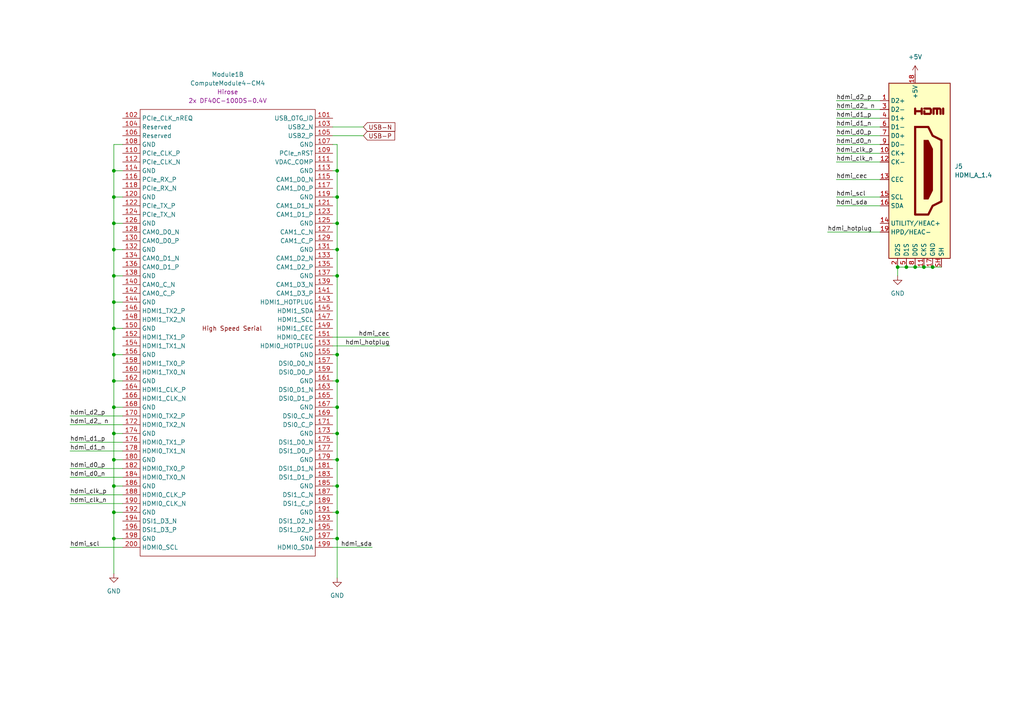
<source format=kicad_sch>
(kicad_sch (version 20250114) (generator "eeschema") (generator_version "9.0")
  (paper "A4")
  (lib_symbols
    (symbol "CM4:ComputeModule4-CM4"
      (property "Reference" "Module" (at 113.03 -68.58 0))
      (property "Value" "ComputeModule4-CM4" (at 140.97 2.54 0))
      (property "Field4" "Hirose" (at 0 0 0))
      (property "Field5" "2x DF40C-100DS-0.4V" (at 0 -2.54 0))
      (symbol "ComputeModule4-CM4_1_0"
        (text "GPIO" (at 0 6.35 0) (effects (font (size 1.27 1.27))))
      )
      (symbol "ComputeModule4-CM4_1_1"
        (rectangle (start -30.48 -71.12) (end 25.4 58.42))
        (text "600mA Max" (at -8.89 -48.26 0) (effects (font (size 1.27 1.27))))
        (text "600mA Max" (at -8.89 -53.34 0) (effects (font (size 1.27 1.27))))
        (text "NB SD signals are only available" (at -1.27 -27.94 0) (effects (font (size 1.27 1.27))))
        (text "on modules without eMMC" (at -1.27 -30.48 0) (effects (font (size 1.27 1.27))))
        (pin power_in line (at -33.02 55.88 0) (length 2.54) (name "GND") (number "2"))
        (pin passive line (at -33.02 53.34 0) (length 2.54) (name "Ethernet_Pair1_P") (number "4"))
        (pin passive line (at -33.02 50.8 0) (length 2.54) (name "Ethernet_Pair1_N") (number "6"))
        (pin power_in line (at -33.02 48.26 0) (length 2.54) (name "GND") (number "8"))
        (pin passive line (at -33.02 45.72 0) (length 2.54) (name "Ethernet_Pair0_N") (number "10"))
        (pin passive line (at -33.02 43.18 0) (length 2.54) (name "Ethernet_Pair0_P") (number "12"))
        (pin power_in line (at -33.02 40.64 0) (length 2.54) (name "GND") (number "14"))
        (pin input line (at -33.02 38.1 0) (length 2.54) (name "Ethernet_SYNC_IN(1.8v)") (number "16"))
        (pin input line (at -33.02 35.56 0) (length 2.54) (name "Ethernet_SYNC_OUT(1.8v)") (number "18"))
        (pin passive line (at -33.02 33.02 0) (length 2.54) (name "EEPROM_nWP") (number "20"))
        (pin power_in line (at -33.02 30.48 0) (length 2.54) (name "GND") (number "22"))
        (pin passive line (at -33.02 27.94 0) (length 2.54) (name "GPIO26") (number "24"))
        (pin passive line (at -33.02 25.4 0) (length 2.54) (name "GPIO19") (number "26"))
        (pin passive line (at -33.02 22.86 0) (length 2.54) (name "GPIO13") (number "28"))
        (pin passive line (at -33.02 20.32 0) (length 2.54) (name "GPIO6") (number "30"))
        (pin power_in line (at -33.02 17.78 0) (length 2.54) (name "GND") (number "32"))
        (pin passive line (at -33.02 15.24 0) (length 2.54) (name "GPIO5") (number "34"))
        (pin passive line (at -33.02 12.7 0) (length 2.54) (name "ID_SD") (number "36"))
        (pin passive line (at -33.02 10.16 0) (length 2.54) (name "GPIO11") (number "38"))
        (pin passive line (at -33.02 7.62 0) (length 2.54) (name "GPIO9") (number "40"))
        (pin power_in line (at -33.02 5.08 0) (length 2.54) (name "GND") (number "42"))
        (pin passive line (at -33.02 2.54 0) (length 2.54) (name "GPIO10") (number "44"))
        (pin passive line (at -33.02 0 0) (length 2.54) (name "GPIO22") (number "46"))
        (pin passive line (at -33.02 -2.54 0) (length 2.54) (name "GPIO27") (number "48"))
        (pin passive line (at -33.02 -5.08 0) (length 2.54) (name "GPIO17") (number "50"))
        (pin power_in line (at -33.02 -7.62 0) (length 2.54) (name "GND") (number "52"))
        (pin passive line (at -33.02 -10.16 0) (length 2.54) (name "GPIO4") (number "54"))
        (pin passive line (at -33.02 -12.7 0) (length 2.54) (name "GPIO3") (number "56"))
        (pin passive line (at -33.02 -15.24 0) (length 2.54) (name "GPIO2") (number "58"))
        (pin power_in line (at -33.02 -17.78 0) (length 2.54) (name "GND") (number "60"))
        (pin passive line (at -33.02 -20.32 0) (length 2.54) (name "SD_CMD") (number "62"))
        (pin passive line (at -33.02 -22.86 0) (length 2.54) (name "SD_DAT5") (number "64"))
        (pin power_in line (at -33.02 -25.4 0) (length 2.54) (name "GND") (number "66"))
        (pin passive line (at -33.02 -27.94 0) (length 2.54) (name "SD_DAT4") (number "68"))
        (pin passive line (at -33.02 -30.48 0) (length 2.54) (name "SD_DAT7") (number "70"))
        (pin passive line (at -33.02 -33.02 0) (length 2.54) (name "SD_DAT6") (number "72"))
        (pin power_in line (at -33.02 -35.56 0) (length 2.54) (name "GND") (number "74"))
        (pin passive line (at -33.02 -38.1 0) (length 2.54) (name "Reserved") (number "76"))
        (pin power_in line (at -33.02 -40.64 0) (length 2.54) (name "GPIO_VREF(1.8v/3.3v_Input)") (number "78"))
        (pin passive line (at -33.02 -43.18 0) (length 2.54) (name "SCL0") (number "80"))
        (pin passive line (at -33.02 -45.72 0) (length 2.54) (name "SDA0") (number "82"))
        (pin power_out line (at -33.02 -48.26 0) (length 2.54) (name "+3.3v_(Output)") (number "84"))
        (pin power_out line (at -33.02 -50.8 0) (length 2.54) (name "+3.3v_(Output)") (number "86"))
        (pin power_out line (at -33.02 -53.34 0) (length 2.54) (name "+1.8v_(Output)") (number "88"))
        (pin power_out line (at -33.02 -55.88 0) (length 2.54) (name "+1.8v_(Output)") (number "90"))
        (pin passive line (at -33.02 -58.42 0) (length 2.54) (name "RUN_PG") (number "92"))
        (pin passive line (at -33.02 -60.96 0) (length 2.54) (name "AnalogIP1") (number "94"))
        (pin passive line (at -33.02 -63.5 0) (length 2.54) (name "AnalogIP0") (number "96"))
        (pin power_in line (at -33.02 -66.04 0) (length 2.54) (name "GND") (number "98"))
        (pin output line (at -33.02 -68.58 0) (length 2.54) (name "nEXTRST") (number "100"))
        (pin power_in line (at 27.94 55.88 180) (length 2.54) (name "GND") (number "1"))
        (pin passive line (at 27.94 53.34 180) (length 2.54) (name "Ethernet_Pair3_P") (number "3"))
        (pin passive line (at 27.94 50.8 180) (length 2.54) (name "Ethernet_Pair3_N") (number "5"))
        (pin power_in line (at 27.94 48.26 180) (length 2.54) (name "GND") (number "7"))
        (pin passive line (at 27.94 45.72 180) (length 2.54) (name "Ethernet_Pair2_N") (number "9"))
        (pin passive line (at 27.94 43.18 180) (length 2.54) (name "Ethernet_Pair2_P") (number "11"))
        (pin power_in line (at 27.94 40.64 180) (length 2.54) (name "GND") (number "13"))
        (pin output line (at 27.94 38.1 180) (length 2.54) (name "Ethernet_nLED3(3.3v)") (number "15"))
        (pin output line (at 27.94 35.56 180) (length 2.54) (name "Ethernet_nLED2(3.3v)") (number "17"))
        (pin output line (at 27.94 33.02 180) (length 2.54) (name "Ethernet_nLED1(3.3v)") (number "19"))
        (pin open_collector line (at 27.94 30.48 180) (length 2.54) (name "PI_nLED_Activity") (number "21"))
        (pin power_in line (at 27.94 27.94 180) (length 2.54) (name "GND") (number "23"))
        (pin passive line (at 27.94 25.4 180) (length 2.54) (name "GPIO21") (number "25"))
        (pin passive line (at 27.94 22.86 180) (length 2.54) (name "GPIO20") (number "27"))
        (pin passive line (at 27.94 20.32 180) (length 2.54) (name "GPIO16") (number "29"))
        (pin passive line (at 27.94 17.78 180) (length 2.54) (name "GPIO12") (number "31"))
        (pin power_in line (at 27.94 15.24 180) (length 2.54) (name "GND") (number "33"))
        (pin passive line (at 27.94 12.7 180) (length 2.54) (name "ID_SC") (number "35"))
        (pin passive line (at 27.94 10.16 180) (length 2.54) (name "GPIO7") (number "37"))
        (pin passive line (at 27.94 7.62 180) (length 2.54) (name "GPIO8") (number "39"))
        (pin passive line (at 27.94 5.08 180) (length 2.54) (name "GPIO25") (number "41"))
        (pin power_in line (at 27.94 2.54 180) (length 2.54) (name "GND") (number "43"))
        (pin passive line (at 27.94 0 180) (length 2.54) (name "GPIO24") (number "45"))
        (pin passive line (at 27.94 -2.54 180) (length 2.54) (name "GPIO23") (number "47"))
        (pin passive line (at 27.94 -5.08 180) (length 2.54) (name "GPIO18") (number "49"))
        (pin passive line (at 27.94 -7.62 180) (length 2.54) (name "GPIO15") (number "51"))
        (pin power_in line (at 27.94 -10.16 180) (length 2.54) (name "GND") (number "53"))
        (pin passive line (at 27.94 -12.7 180) (length 2.54) (name "GPIO14") (number "55"))
        (pin passive line (at 27.94 -15.24 180) (length 2.54) (name "SD_CLK") (number "57"))
        (pin power_in line (at 27.94 -17.78 180) (length 2.54) (name "GND") (number "59"))
        (pin passive line (at 27.94 -20.32 180) (length 2.54) (name "SD_DAT3") (number "61"))
        (pin passive line (at 27.94 -22.86 180) (length 2.54) (name "SD_DAT0") (number "63"))
        (pin power_in line (at 27.94 -25.4 180) (length 2.54) (name "GND") (number "65"))
        (pin passive line (at 27.94 -27.94 180) (length 2.54) (name "SD_DAT1") (number "67"))
        (pin passive line (at 27.94 -30.48 180) (length 2.54) (name "SD_DAT2") (number "69"))
        (pin power_in line (at 27.94 -33.02 180) (length 2.54) (name "GND") (number "71"))
        (pin input line (at 27.94 -35.56 180) (length 2.54) (name "SD_VDD_Override") (number "73"))
        (pin output line (at 27.94 -38.1 180) (length 2.54) (name "SD_PWR_ON") (number "75"))
        (pin power_in line (at 27.94 -40.64 180) (length 2.54) (name "+5v_(Input)") (number "77"))
        (pin power_in line (at 27.94 -43.18 180) (length 2.54) (name "+5v_(Input)") (number "79"))
        (pin power_in line (at 27.94 -45.72 180) (length 2.54) (name "+5v_(Input)") (number "81"))
        (pin power_in line (at 27.94 -48.26 180) (length 2.54) (name "+5v_(Input)") (number "83"))
        (pin power_in line (at 27.94 -50.8 180) (length 2.54) (name "+5v_(Input)") (number "85"))
        (pin power_in line (at 27.94 -53.34 180) (length 2.54) (name "+5v_(Input)") (number "87"))
        (pin power_in line (at 27.94 -55.88 180) (length 2.54) (name "WiFi_nDisable") (number "89"))
        (pin power_in line (at 27.94 -58.42 180) (length 2.54) (name "BT_nDisable") (number "91"))
        (pin input line (at 27.94 -60.96 180) (length 2.54) (name "nRPIBOOT") (number "93"))
        (pin output line (at 27.94 -63.5 180) (length 2.54) (name "nPI_LED_PWR") (number "95"))
        (pin passive line (at 27.94 -66.04 180) (length 2.54) (name "Camera_GPIO") (number "97"))
        (pin input line (at 27.94 -68.58 180) (length 2.54) (name "Global_EN") (number "99"))
      )
      (symbol "ComputeModule4-CM4_2_1"
        (rectangle (start 114.3 -66.04) (end 165.1 63.5))
        (text "High Speed Serial" (at 140.97 0 0) (effects (font (size 1.27 1.27))))
        (pin input line (at 109.22 60.96 0) (length 5.08) (name "PCIe_CLK_nREQ") (number "102"))
        (pin passive line (at 109.22 58.42 0) (length 5.08) (name "Reserved") (number "104"))
        (pin passive line (at 109.22 55.88 0) (length 5.08) (name "Reserved") (number "106"))
        (pin power_in line (at 109.22 53.34 0) (length 5.08) (name "GND") (number "108"))
        (pin output line (at 109.22 50.8 0) (length 5.08) (name "PCIe_CLK_P") (number "110"))
        (pin output line (at 109.22 48.26 0) (length 5.08) (name "PCIe_CLK_N") (number "112"))
        (pin power_in line (at 109.22 45.72 0) (length 5.08) (name "GND") (number "114"))
        (pin input line (at 109.22 43.18 0) (length 5.08) (name "PCIe_RX_P") (number "116"))
        (pin input line (at 109.22 40.64 0) (length 5.08) (name "PCIe_RX_N") (number "118"))
        (pin power_in line (at 109.22 38.1 0) (length 5.08) (name "GND") (number "120"))
        (pin output line (at 109.22 35.56 0) (length 5.08) (name "PCIe_TX_P") (number "122"))
        (pin output line (at 109.22 33.02 0) (length 5.08) (name "PCIe_TX_N") (number "124"))
        (pin power_in line (at 109.22 30.48 0) (length 5.08) (name "GND") (number "126"))
        (pin input line (at 109.22 27.94 0) (length 5.08) (name "CAM0_D0_N") (number "128"))
        (pin input line (at 109.22 25.4 0) (length 5.08) (name "CAM0_D0_P") (number "130"))
        (pin power_in line (at 109.22 22.86 0) (length 5.08) (name "GND") (number "132"))
        (pin input line (at 109.22 20.32 0) (length 5.08) (name "CAM0_D1_N") (number "134"))
        (pin input line (at 109.22 17.78 0) (length 5.08) (name "CAM0_D1_P") (number "136"))
        (pin power_in line (at 109.22 15.24 0) (length 5.08) (name "GND") (number "138"))
        (pin input line (at 109.22 12.7 0) (length 5.08) (name "CAM0_C_N") (number "140"))
        (pin input line (at 109.22 10.16 0) (length 5.08) (name "CAM0_C_P") (number "142"))
        (pin power_in line (at 109.22 7.62 0) (length 5.08) (name "GND") (number "144"))
        (pin output line (at 109.22 5.08 0) (length 5.08) (name "HDMI1_TX2_P") (number "146"))
        (pin output line (at 109.22 2.54 0) (length 5.08) (name "HDMI1_TX2_N") (number "148"))
        (pin power_in line (at 109.22 0 0) (length 5.08) (name "GND") (number "150"))
        (pin output line (at 109.22 -2.54 0) (length 5.08) (name "HDMI1_TX1_P") (number "152"))
        (pin output line (at 109.22 -5.08 0) (length 5.08) (name "HDMI1_TX1_N") (number "154"))
        (pin power_in line (at 109.22 -7.62 0) (length 5.08) (name "GND") (number "156"))
        (pin output line (at 109.22 -10.16 0) (length 5.08) (name "HDMI1_TX0_P") (number "158"))
        (pin output line (at 109.22 -12.7 0) (length 5.08) (name "HDMI1_TX0_N") (number "160"))
        (pin power_in line (at 109.22 -15.24 0) (length 5.08) (name "GND") (number "162"))
        (pin output line (at 109.22 -17.78 0) (length 5.08) (name "HDMI1_CLK_P") (number "164"))
        (pin output line (at 109.22 -20.32 0) (length 5.08) (name "HDMI1_CLK_N") (number "166"))
        (pin power_in line (at 109.22 -22.86 0) (length 5.08) (name "GND") (number "168"))
        (pin output line (at 109.22 -25.4 0) (length 5.08) (name "HDMI0_TX2_P") (number "170"))
        (pin output line (at 109.22 -27.94 0) (length 5.08) (name "HDMI0_TX2_N") (number "172"))
        (pin power_in line (at 109.22 -30.48 0) (length 5.08) (name "GND") (number "174"))
        (pin output line (at 109.22 -33.02 0) (length 5.08) (name "HDMI0_TX1_P") (number "176"))
        (pin output line (at 109.22 -35.56 0) (length 5.08) (name "HDMI0_TX1_N") (number "178"))
        (pin power_in line (at 109.22 -38.1 0) (length 5.08) (name "GND") (number "180"))
        (pin output line (at 109.22 -40.64 0) (length 5.08) (name "HDMI0_TX0_P") (number "182"))
        (pin output line (at 109.22 -43.18 0) (length 5.08) (name "HDMI0_TX0_N") (number "184"))
        (pin power_in line (at 109.22 -45.72 0) (length 5.08) (name "GND") (number "186"))
        (pin output line (at 109.22 -48.26 0) (length 5.08) (name "HDMI0_CLK_P") (number "188"))
        (pin output line (at 109.22 -50.8 0) (length 5.08) (name "HDMI0_CLK_N") (number "190"))
        (pin power_in line (at 109.22 -53.34 0) (length 5.08) (name "GND") (number "192"))
        (pin output line (at 109.22 -55.88 0) (length 5.08) (name "DSI1_D3_N") (number "194"))
        (pin output line (at 109.22 -58.42 0) (length 5.08) (name "DSI1_D3_P") (number "196"))
        (pin power_in line (at 109.22 -60.96 0) (length 5.08) (name "GND") (number "198"))
        (pin open_collector line (at 109.22 -63.5 0) (length 5.08) (name "HDMI0_SCL") (number "200"))
        (pin input line (at 170.18 60.96 180) (length 5.08) (name "USB_OTG_ID") (number "101"))
        (pin passive line (at 170.18 58.42 180) (length 5.08) (name "USB2_N") (number "103"))
        (pin passive line (at 170.18 55.88 180) (length 5.08) (name "USB2_P") (number "105"))
        (pin power_in line (at 170.18 53.34 180) (length 5.08) (name "GND") (number "107"))
        (pin bidirectional line (at 170.18 50.8 180) (length 5.08) (name "PCIe_nRST") (number "109"))
        (pin passive line (at 170.18 48.26 180) (length 5.08) (name "VDAC_COMP") (number "111"))
        (pin power_in line (at 170.18 45.72 180) (length 5.08) (name "GND") (number "113"))
        (pin input line (at 170.18 43.18 180) (length 5.08) (name "CAM1_D0_N") (number "115"))
        (pin input line (at 170.18 40.64 180) (length 5.08) (name "CAM1_D0_P") (number "117"))
        (pin power_in line (at 170.18 38.1 180) (length 5.08) (name "GND") (number "119"))
        (pin input line (at 170.18 35.56 180) (length 5.08) (name "CAM1_D1_N") (number "121"))
        (pin input line (at 170.18 33.02 180) (length 5.08) (name "CAM1_D1_P") (number "123"))
        (pin power_in line (at 170.18 30.48 180) (length 5.08) (name "GND") (number "125"))
        (pin input line (at 170.18 27.94 180) (length 5.08) (name "CAM1_C_N") (number "127"))
        (pin input line (at 170.18 25.4 180) (length 5.08) (name "CAM1_C_P") (number "129"))
        (pin power_in line (at 170.18 22.86 180) (length 5.08) (name "GND") (number "131"))
        (pin input line (at 170.18 20.32 180) (length 5.08) (name "CAM1_D2_N") (number "133"))
        (pin input line (at 170.18 17.78 180) (length 5.08) (name "CAM1_D2_P") (number "135"))
        (pin power_in line (at 170.18 15.24 180) (length 5.08) (name "GND") (number "137"))
        (pin input line (at 170.18 12.7 180) (length 5.08) (name "CAM1_D3_N") (number "139"))
        (pin input line (at 170.18 10.16 180) (length 5.08) (name "CAM1_D3_P") (number "141"))
        (pin input line (at 170.18 7.62 180) (length 5.08) (name "HDMI1_HOTPLUG") (number "143"))
        (pin bidirectional line (at 170.18 5.08 180) (length 5.08) (name "HDMI1_SDA") (number "145"))
        (pin open_collector line (at 170.18 2.54 180) (length 5.08) (name "HDMI1_SCL") (number "147"))
        (pin open_collector line (at 170.18 0 180) (length 5.08) (name "HDMI1_CEC") (number "149"))
        (pin open_collector line (at 170.18 -2.54 180) (length 5.08) (name "HDMI0_CEC") (number "151"))
        (pin input line (at 170.18 -5.08 180) (length 5.08) (name "HDMI0_HOTPLUG") (number "153"))
        (pin power_in line (at 170.18 -7.62 180) (length 5.08) (name "GND") (number "155"))
        (pin output line (at 170.18 -10.16 180) (length 5.08) (name "DSI0_D0_N") (number "157"))
        (pin output line (at 170.18 -12.7 180) (length 5.08) (name "DSI0_D0_P") (number "159"))
        (pin power_in line (at 170.18 -15.24 180) (length 5.08) (name "GND") (number "161"))
        (pin output line (at 170.18 -17.78 180) (length 5.08) (name "DSI0_D1_N") (number "163"))
        (pin output line (at 170.18 -20.32 180) (length 5.08) (name "DSI0_D1_P") (number "165"))
        (pin power_in line (at 170.18 -22.86 180) (length 5.08) (name "GND") (number "167"))
        (pin output line (at 170.18 -25.4 180) (length 5.08) (name "DSI0_C_N") (number "169"))
        (pin output line (at 170.18 -27.94 180) (length 5.08) (name "DSI0_C_P") (number "171"))
        (pin power_in line (at 170.18 -30.48 180) (length 5.08) (name "GND") (number "173"))
        (pin output line (at 170.18 -33.02 180) (length 5.08) (name "DSI1_D0_N") (number "175"))
        (pin output line (at 170.18 -35.56 180) (length 5.08) (name "DSI1_D0_P") (number "177"))
        (pin power_in line (at 170.18 -38.1 180) (length 5.08) (name "GND") (number "179"))
        (pin output line (at 170.18 -40.64 180) (length 5.08) (name "DSI1_D1_N") (number "181"))
        (pin output line (at 170.18 -43.18 180) (length 5.08) (name "DSI1_D1_P") (number "183"))
        (pin power_in line (at 170.18 -45.72 180) (length 5.08) (name "GND") (number "185"))
        (pin output line (at 170.18 -48.26 180) (length 5.08) (name "DSI1_C_N") (number "187"))
        (pin output line (at 170.18 -50.8 180) (length 5.08) (name "DSI1_C_P") (number "189"))
        (pin power_in line (at 170.18 -53.34 180) (length 5.08) (name "GND") (number "191"))
        (pin output line (at 170.18 -55.88 180) (length 5.08) (name "DSI1_D2_N") (number "193"))
        (pin output line (at 170.18 -58.42 180) (length 5.08) (name "DSI1_D2_P") (number "195"))
        (pin power_in line (at 170.18 -60.96 180) (length 5.08) (name "GND") (number "197"))
        (pin bidirectional line (at 170.18 -63.5 180) (length 5.08) (name "HDMI0_SDA") (number "199"))
      )
    )
    (symbol "Connector:HDMI_A_1.4"
      (property "Reference" "J" (at -6.35 26.67 0))
      (property "Value" "HDMI_A_1.4" (at 10.16 26.67 0))
      (symbol "HDMI_A_1.4_0_0"
        (polyline (pts (xy 0 16.51) (xy 0 18.034) (xy 0 17.272) (xy 1.905 17.272) (xy 1.905 18.034) (xy 1.905 16.51)) (stroke (width 0.635)))
        (polyline (pts (xy 2.667 18.034) (xy 4.318 18.034) (xy 4.572 17.78) (xy 4.572 16.764) (xy 4.318 16.51) (xy 2.667 16.51) (xy 2.667 17.272)) (stroke (width 0.635)))
        (polyline (pts (xy 8.128 16.51) (xy 8.128 18.034)) (stroke (width 0.635)))
      )
      (symbol "HDMI_A_1.4_0_1"
        (rectangle (start -7.62 25.4) (end 10.16 -25.4) (stroke (width 0.254)) (fill (type background)))
        (polyline (pts (xy 0 12.7) (xy 0 -12.7) (xy 3.81 -12.7) (xy 5.08 -10.16) (xy 7.62 -8.89) (xy 7.62 8.89) (xy 5.08 10.16) (xy 3.81 12.7) (xy 0 12.7)) (stroke (width 0.635)))
        (polyline (pts (xy 2.54 8.89) (xy 3.81 8.89) (xy 5.08 6.35) (xy 5.08 -5.715) (xy 3.81 -8.255) (xy 2.54 -8.255) (xy 2.54 8.89)) (fill (type outline)))
        (polyline (pts (xy 5.334 16.51) (xy 5.334 18.034) (xy 6.35 18.034) (xy 6.35 16.51) (xy 6.35 18.034) (xy 7.112 18.034) (xy 7.366 17.78) (xy 7.366 16.51)) (stroke (width 0.635)))
      )
      (symbol "HDMI_A_1.4_1_1"
        (pin passive line (at -10.16 20.32 0) (length 2.54) (name "D2+") (number "1"))
        (pin passive line (at -10.16 17.78 0) (length 2.54) (name "D2-") (number "3"))
        (pin passive line (at -10.16 15.24 0) (length 2.54) (name "D1+") (number "4"))
        (pin passive line (at -10.16 12.7 0) (length 2.54) (name "D1-") (number "6"))
        (pin passive line (at -10.16 10.16 0) (length 2.54) (name "D0+") (number "7"))
        (pin passive line (at -10.16 7.62 0) (length 2.54) (name "D0-") (number "9"))
        (pin passive line (at -10.16 5.08 0) (length 2.54) (name "CK+") (number "10"))
        (pin passive line (at -10.16 2.54 0) (length 2.54) (name "CK-") (number "12"))
        (pin bidirectional line (at -10.16 -2.54 0) (length 2.54) (name "CEC") (number "13"))
        (pin passive line (at -10.16 -7.62 0) (length 2.54) (name "SCL") (number "15"))
        (pin bidirectional line (at -10.16 -10.16 0) (length 2.54) (name "SDA") (number "16"))
        (pin passive line (at -10.16 -15.24 0) (length 2.54) (name "UTILITY/HEAC+") (number "14"))
        (pin passive line (at -10.16 -17.78 0) (length 2.54) (name "HPD/HEAC-") (number "19"))
        (pin power_in line (at -5.08 -27.94 90) (length 2.54) (name "D2S") (number "2"))
        (pin power_in line (at -2.54 -27.94 90) (length 2.54) (name "D1S") (number "5"))
        (pin power_in line (at 0 27.94 270) (length 2.54) (name "+5V") (number "18"))
        (pin power_in line (at 0 -27.94 90) (length 2.54) (name "D0S") (number "8"))
        (pin power_in line (at 2.54 -27.94 90) (length 2.54) (name "CKS") (number "11"))
        (pin power_in line (at 5.08 -27.94 90) (length 2.54) (name "GND") (number "17"))
        (pin passive line (at 7.62 -27.94 90) (length 2.54) (name "SH") (number "SH"))
      )
    )
    (symbol "power:+5V" (power) (pin_numbers (hide yes)) (pin_names (offset 0) (hide yes))
      (property "Value" "+5V" (at 0 3.556 0))
      (symbol "+5V_0_1"
        (polyline (pts (xy -0.762 1.27) (xy 0 2.54)))
        (polyline (pts (xy 0 2.54) (xy 0.762 1.27)))
        (polyline (pts (xy 0 0) (xy 0 2.54)))
      )
      (symbol "+5V_1_1"
        (pin power_in line (at 0 0 90) (length 0) (name "~") (number "1"))
      )
    )
    (symbol "power:GND" (power) (pin_numbers (hide yes)) (pin_names (offset 0) (hide yes))
      (property "Value" "GND" (at 0 -3.81 0))
      (symbol "GND_0_1"
        (polyline (pts (xy 0 0) (xy 0 -1.27) (xy 1.27 -1.27) (xy 0 -2.54) (xy -1.27 -1.27) (xy 0 -1.27)))
      )
      (symbol "GND_1_1"
        (pin power_in line (at 0 0 270) (length 0) (name "~") (number "1"))
      )
    )
  )
  (junction (at 33.02 57.15))
  (junction (at 97.79 110.49))
  (junction (at 260.35 77.47))
  (junction (at 33.02 87.63))
  (junction (at 97.79 102.87))
  (junction (at 97.79 64.77))
  (junction (at 33.02 140.97))
  (junction (at 33.02 148.59))
  (junction (at 33.02 118.11))
  (junction (at 97.79 57.15))
  (junction (at 97.79 80.01))
  (junction (at 33.02 80.01))
  (junction (at 97.79 156.21))
  (junction (at 97.79 49.53))
  (junction (at 33.02 95.25))
  (junction (at 97.79 118.11))
  (junction (at 33.02 110.49))
  (junction (at 33.02 49.53))
  (junction (at 97.79 125.73))
  (junction (at 33.02 72.39))
  (junction (at 33.02 133.35))
  (junction (at 262.89 77.47))
  (junction (at 265.43 77.47))
  (junction (at 33.02 64.77))
  (junction (at 270.51 77.47))
  (junction (at 267.97 77.47))
  (junction (at 97.79 72.39))
  (junction (at 33.02 102.87))
  (junction (at 33.02 156.21))
  (junction (at 33.02 125.73))
  (junction (at 97.79 140.97))
  (junction (at 97.79 133.35))
  (junction (at 97.79 148.59))
  (wire (pts (xy 33.02 110.49) (xy 35.56 110.49)))
  (wire (pts (xy 96.52 39.37) (xy 105.41 39.37)))
  (wire (pts (xy 33.02 57.15) (xy 33.02 49.53)))
  (wire (pts (xy 96.52 102.87) (xy 97.79 102.87)))
  (wire (pts (xy 20.32 130.81) (xy 35.56 130.81)))
  (wire (pts (xy 242.57 59.69) (xy 255.27 59.69)))
  (wire (pts (xy 96.52 158.75) (xy 107.95 158.75)))
  (wire (pts (xy 96.52 64.77) (xy 97.79 64.77)))
  (wire (pts (xy 33.02 95.25) (xy 33.02 87.63)))
  (wire (pts (xy 20.32 158.75) (xy 35.56 158.75)))
  (wire (pts (xy 33.02 57.15) (xy 35.56 57.15)))
  (wire (pts (xy 96.52 140.97) (xy 97.79 140.97)))
  (wire (pts (xy 267.97 77.47) (xy 270.51 77.47)))
  (wire (pts (xy 260.35 77.47) (xy 262.89 77.47)))
  (wire (pts (xy 33.02 156.21) (xy 33.02 148.59)))
  (wire (pts (xy 97.79 80.01) (xy 97.79 72.39)))
  (wire (pts (xy 33.02 125.73) (xy 35.56 125.73)))
  (wire (pts (xy 33.02 64.77) (xy 33.02 57.15)))
  (wire (pts (xy 33.02 166.37) (xy 33.02 156.21)))
  (wire (pts (xy 97.79 64.77) (xy 97.79 57.15)))
  (wire (pts (xy 33.02 102.87) (xy 33.02 95.25)))
  (wire (pts (xy 242.57 31.75) (xy 255.27 31.75)))
  (wire (pts (xy 33.02 156.21) (xy 35.56 156.21)))
  (wire (pts (xy 33.02 118.11) (xy 33.02 110.49)))
  (wire (pts (xy 270.51 77.47) (xy 273.05 77.47)))
  (wire (pts (xy 97.79 41.91) (xy 96.52 41.91)))
  (wire (pts (xy 97.79 102.87) (xy 97.79 80.01)))
  (wire (pts (xy 97.79 110.49) (xy 97.79 102.87)))
  (wire (pts (xy 20.32 143.51) (xy 35.56 143.51)))
  (wire (pts (xy 96.52 133.35) (xy 97.79 133.35)))
  (wire (pts (xy 33.02 49.53) (xy 35.56 49.53)))
  (wire (pts (xy 96.52 100.33) (xy 113.03 100.33)))
  (wire (pts (xy 33.02 148.59) (xy 35.56 148.59)))
  (wire (pts (xy 33.02 80.01) (xy 35.56 80.01)))
  (wire (pts (xy 97.79 125.73) (xy 97.79 118.11)))
  (wire (pts (xy 33.02 80.01) (xy 33.02 72.39)))
  (wire (pts (xy 33.02 49.53) (xy 33.02 41.91)))
  (wire (pts (xy 33.02 72.39) (xy 35.56 72.39)))
  (wire (pts (xy 96.52 156.21) (xy 97.79 156.21)))
  (wire (pts (xy 97.79 49.53) (xy 97.79 41.91)))
  (wire (pts (xy 242.57 44.45) (xy 255.27 44.45)))
  (wire (pts (xy 33.02 148.59) (xy 33.02 140.97)))
  (wire (pts (xy 96.52 148.59) (xy 97.79 148.59)))
  (wire (pts (xy 33.02 110.49) (xy 33.02 102.87)))
  (wire (pts (xy 260.35 80.01) (xy 260.35 77.47)))
  (wire (pts (xy 97.79 148.59) (xy 97.79 140.97)))
  (wire (pts (xy 20.32 135.89) (xy 35.56 135.89)))
  (wire (pts (xy 33.02 140.97) (xy 35.56 140.97)))
  (wire (pts (xy 97.79 118.11) (xy 97.79 110.49)))
  (wire (pts (xy 33.02 102.87) (xy 35.56 102.87)))
  (wire (pts (xy 97.79 72.39) (xy 97.79 64.77)))
  (wire (pts (xy 242.57 46.99) (xy 255.27 46.99)))
  (wire (pts (xy 96.52 49.53) (xy 97.79 49.53)))
  (wire (pts (xy 33.02 41.91) (xy 35.56 41.91)))
  (wire (pts (xy 97.79 140.97) (xy 97.79 133.35)))
  (wire (pts (xy 96.52 118.11) (xy 97.79 118.11)))
  (wire (pts (xy 97.79 156.21) (xy 97.79 148.59)))
  (wire (pts (xy 33.02 118.11) (xy 35.56 118.11)))
  (wire (pts (xy 97.79 133.35) (xy 97.79 125.73)))
  (wire (pts (xy 242.57 39.37) (xy 255.27 39.37)))
  (wire (pts (xy 33.02 133.35) (xy 35.56 133.35)))
  (wire (pts (xy 242.57 29.21) (xy 255.27 29.21)))
  (wire (pts (xy 242.57 34.29) (xy 255.27 34.29)))
  (wire (pts (xy 96.52 57.15) (xy 97.79 57.15)))
  (wire (pts (xy 20.32 120.65) (xy 35.56 120.65)))
  (wire (pts (xy 20.32 123.19) (xy 35.56 123.19)))
  (wire (pts (xy 33.02 125.73) (xy 33.02 118.11)))
  (wire (pts (xy 96.52 80.01) (xy 97.79 80.01)))
  (wire (pts (xy 33.02 95.25) (xy 35.56 95.25)))
  (wire (pts (xy 97.79 167.64) (xy 97.79 156.21)))
  (wire (pts (xy 242.57 36.83) (xy 255.27 36.83)))
  (wire (pts (xy 33.02 64.77) (xy 35.56 64.77)))
  (wire (pts (xy 33.02 87.63) (xy 33.02 80.01)))
  (wire (pts (xy 33.02 133.35) (xy 33.02 125.73)))
  (wire (pts (xy 97.79 57.15) (xy 97.79 49.53)))
  (wire (pts (xy 96.52 97.79) (xy 113.03 97.79)))
  (wire (pts (xy 33.02 72.39) (xy 33.02 64.77)))
  (wire (pts (xy 242.57 57.15) (xy 255.27 57.15)))
  (wire (pts (xy 20.32 146.05) (xy 35.56 146.05)))
  (wire (pts (xy 96.52 36.83) (xy 105.41 36.83)))
  (wire (pts (xy 33.02 140.97) (xy 33.02 133.35)))
  (wire (pts (xy 242.57 41.91) (xy 255.27 41.91)))
  (wire (pts (xy 265.43 77.47) (xy 267.97 77.47)))
  (wire (pts (xy 242.57 52.07) (xy 255.27 52.07)))
  (wire (pts (xy 20.32 138.43) (xy 35.56 138.43)))
  (wire (pts (xy 96.52 110.49) (xy 97.79 110.49)))
  (wire (pts (xy 240.03 67.31) (xy 255.27 67.31)))
  (wire (pts (xy 262.89 77.47) (xy 265.43 77.47)))
  (wire (pts (xy 20.32 128.27) (xy 35.56 128.27)))
  (wire (pts (xy 96.52 72.39) (xy 97.79 72.39)))
  (wire (pts (xy 96.52 125.73) (xy 97.79 125.73)))
  (wire (pts (xy 33.02 87.63) (xy 35.56 87.63)))
  (label "hdmi_d2_ n" (at 242.57 31.75 0))
  (label "hdmi_d0_n" (at 242.57 41.91 0))
  (label "hdmi_d1_p" (at 242.57 34.29 0))
  (label "hdmi_cec" (at 242.57 52.07 0))
  (label "hdmi_d0_p" (at 20.32 135.89 0))
  (label "hdmi_d1_n" (at 20.32 130.81 0))
  (label "hdmi_clk_p" (at 242.57 44.45 0))
  (label "hdmi_sda" (at 242.57 59.69 0))
  (label "hdmi_d2_p" (at 20.32 120.65 0))
  (label "hdmi_clk_n" (at 242.57 46.99 0))
  (label "hdmi_d1_p" (at 20.32 128.27 0))
  (label "hdmi_scl" (at 20.32 158.75 0))
  (label "hdmi_hotplug" (at 240.03 67.31 0))
  (label "hdmi_clk_p" (at 20.32 143.51 0))
  (label "hdmi_d2_p" (at 242.57 29.21 0))
  (label "hdmi_d1_n" (at 242.57 36.83 0))
  (label "hdmi_d0_n" (at 20.32 138.43 0))
  (label "hdmi_d0_p" (at 242.57 39.37 0))
  (label "hdmi_sda" (at 107.95 158.75 180))
  (label "hdmi_clk_n" (at 20.32 146.05 0))
  (label "hdmi_cec" (at 113.03 97.79 180))
  (label "hdmi_hotplug" (at 113.03 100.33 180))
  (label "hdmi_scl" (at 242.57 57.15 0))
  (label "hdmi_d2_ n" (at 20.32 123.19 0))
  (global_label "USB-N" (shape input) (at 105.41 36.83 0) (property "Intersheetrefs" "${INTERSHEET_REFS}" (effects (hide yes))))
  (global_label "USB-P" (shape input) (at 105.41 39.37 0) (property "Intersheetrefs" "${INTERSHEET_REFS}" (effects (hide yes))))
  (symbol (lib_id "Connector:HDMI_A_1.4") (at 265.43 49.53 0) (unit 1)
    (property "Reference" "J5" (at 276.86 48.2599 0) (effects (justify left)))
    (property "Value" "HDMI_A_1.4" (at 276.86 50.7999 0) (effects (justify left)))
    (property "Datasheet" "https://en.wikipedia.org/wiki/HDMI" (effects (hide yes)))
    (property "Description" "HDMI 1.4+ type A connector" (effects (hide yes)))
  )
  (symbol (lib_id "power:GND") (at 33.02 166.37 0) (unit 1)
    (property "Reference" "#PWR013" (effects (hide yes)))
    (property "Value" "GND" (at 33.02 171.45 0))
    (property "Description" "Power symbol creates a global label with name \"GND\" , ground" (effects (hide yes)))
  )
  (symbol (lib_id "power:GND") (at 97.79 167.64 0) (unit 1)
    (property "Reference" "#PWR014" (effects (hide yes)))
    (property "Value" "GND" (at 97.79 172.72 0))
    (property "Description" "Power symbol creates a global label with name \"GND\" , ground" (effects (hide yes)))
  )
  (symbol (lib_id "power:+5V") (at 265.43 21.59 0) (unit 1)
    (property "Reference" "#PWR025" (effects (hide yes)))
    (property "Value" "+5V" (at 265.43 16.51 0))
    (property "Description" "Power symbol creates a global label with name \"+5V\"" (effects (hide yes)))
  )
  (symbol (lib_id "power:GND") (at 260.35 80.01 0) (unit 1)
    (property "Reference" "#PWR026" (effects (hide yes)))
    (property "Value" "GND" (at 260.35 85.09 0))
    (property "Description" "Power symbol creates a global label with name \"GND\" , ground" (effects (hide yes)))
  )
  (symbol (lib_id "CM4:ComputeModule4-CM4") (at -73.66 95.25 0) (unit 2)
    (property "Reference" "Module1" (at 66.04 21.59 0))
    (property "Value" "ComputeModule4-CM4" (at 66.04 24.13 0))
    (property "Footprint" "CM4IO:Raspberry-Pi-4-Compute-Module" (effects (hide yes)))
    (property "Field4" "Hirose" (at 66.04 26.67 0))
    (property "Field5" "2x DF40C-100DS-0.4V" (at 66.04 29.21 0))
  )
)
</source>
